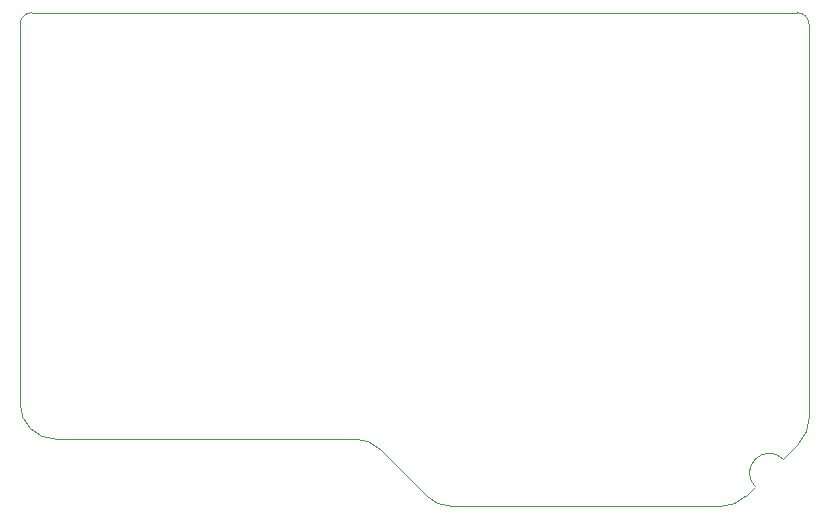
<source format=gbr>
%TF.GenerationSoftware,KiCad,Pcbnew,9.0.6*%
%TF.CreationDate,2026-01-26T11:53:51+11:00*%
%TF.ProjectId,Cooee_keyboard_68mm,436f6f65-655f-46b6-9579-626f6172645f,rev?*%
%TF.SameCoordinates,Original*%
%TF.FileFunction,Profile,NP*%
%FSLAX46Y46*%
G04 Gerber Fmt 4.6, Leading zero omitted, Abs format (unit mm)*
G04 Created by KiCad (PCBNEW 9.0.6) date 2026-01-26 11:53:51*
%MOMM*%
%LPD*%
G01*
G04 APERTURE LIST*
%TA.AperFunction,Profile*%
%ADD10C,0.050000*%
%TD*%
G04 APERTURE END LIST*
D10*
X116800000Y-79400000D02*
G75*
G02*
X117800000Y-78400000I1000000J0D01*
G01*
X153342641Y-120200000D02*
X176157359Y-120200000D01*
X116800000Y-111500000D02*
X116800000Y-79400000D01*
X145157359Y-114500000D02*
G75*
G02*
X147278700Y-115378660I41J-3000000D01*
G01*
X178278679Y-119321321D02*
G75*
G02*
X176157359Y-120199971I-2121279J2121321D01*
G01*
X179059062Y-118540938D02*
G75*
G02*
X181399938Y-116200062I1170438J1170438D01*
G01*
X183600000Y-112757359D02*
G75*
G02*
X182721341Y-114878699I-3000000J-41D01*
G01*
X117800000Y-78400000D02*
X182600000Y-78400000D01*
X119800000Y-114500000D02*
G75*
G02*
X116800000Y-111500000I0J3000000D01*
G01*
X181399938Y-116200062D02*
X182721321Y-114878679D01*
X153342641Y-120200000D02*
G75*
G02*
X151221301Y-119321341I-41J3000000D01*
G01*
X119800000Y-114500000D02*
X145157359Y-114500000D01*
X182600000Y-78400000D02*
G75*
G02*
X183600000Y-79400000I0J-1000000D01*
G01*
X147278680Y-115378680D02*
X151221321Y-119321321D01*
X183600000Y-79400000D02*
X183600000Y-112757359D01*
X179059062Y-118540938D02*
X178278679Y-119321321D01*
M02*

</source>
